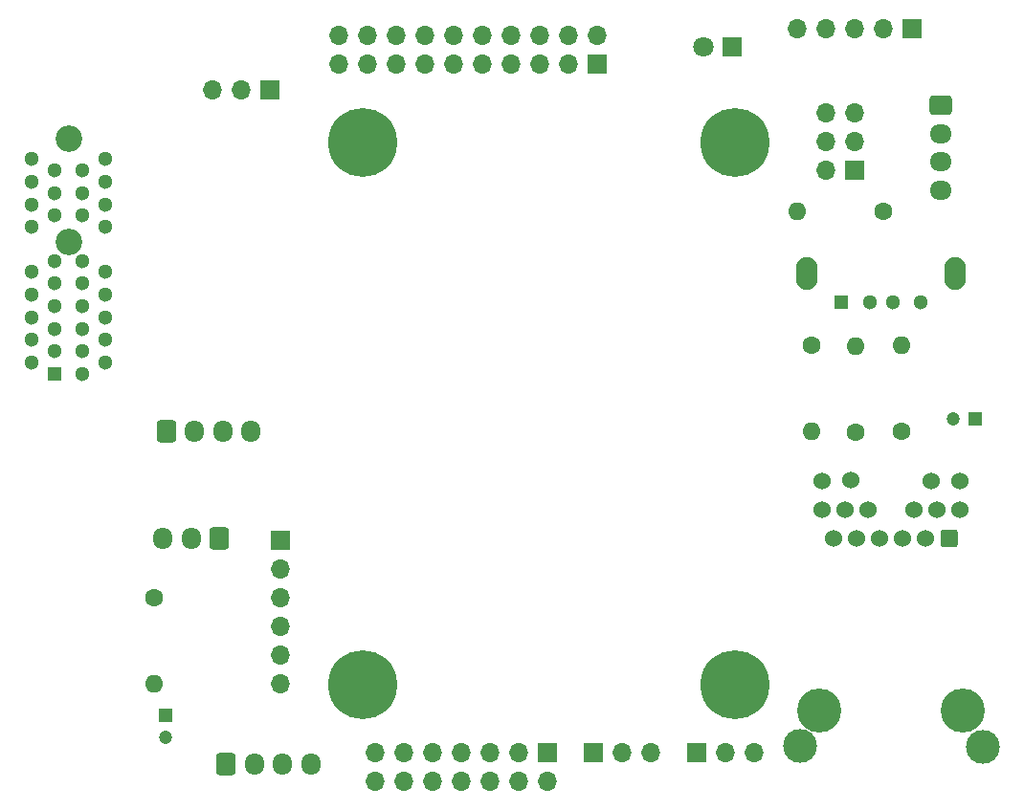
<source format=gbr>
%TF.GenerationSoftware,KiCad,Pcbnew,(5.99.0-6751-g76ac8b5acf)*%
%TF.CreationDate,2020-11-03T00:31:15-05:00*%
%TF.ProjectId,CM4_NAS,434d345f-4e41-4532-9e6b-696361645f70,rev?*%
%TF.SameCoordinates,Original*%
%TF.FileFunction,Soldermask,Bot*%
%TF.FilePolarity,Negative*%
%FSLAX46Y46*%
G04 Gerber Fmt 4.6, Leading zero omitted, Abs format (unit mm)*
G04 Created by KiCad (PCBNEW (5.99.0-6751-g76ac8b5acf)) date 2020-11-03 00:31:15*
%MOMM*%
%LPD*%
G01*
G04 APERTURE LIST*
G04 Aperture macros list*
%AMRoundRect*
0 Rectangle with rounded corners*
0 $1 Rounding radius*
0 $2 $3 $4 $5 $6 $7 $8 $9 X,Y pos of 4 corners*
0 Add a 4 corners polygon primitive as box body*
4,1,4,$2,$3,$4,$5,$6,$7,$8,$9,$2,$3,0*
0 Add four circle primitives for the rounded corners*
1,1,$1+$1,$2,$3,0*
1,1,$1+$1,$4,$5,0*
1,1,$1+$1,$6,$7,0*
1,1,$1+$1,$8,$9,0*
0 Add four rect primitives between the rounded corners*
20,1,$1+$1,$2,$3,$4,$5,0*
20,1,$1+$1,$4,$5,$6,$7,0*
20,1,$1+$1,$6,$7,$8,$9,0*
20,1,$1+$1,$8,$9,$2,$3,0*%
G04 Aperture macros list end*
%ADD10O,1.700000X1.700000*%
%ADD11R,1.700000X1.700000*%
%ADD12O,1.700000X1.950000*%
%ADD13RoundRect,0.250000X-0.600000X-0.725000X0.600000X-0.725000X0.600000X0.725000X-0.600000X0.725000X0*%
%ADD14C,6.100000*%
%ADD15RoundRect,0.250000X0.600000X0.725000X-0.600000X0.725000X-0.600000X-0.725000X0.600000X-0.725000X0*%
%ADD16C,1.300000*%
%ADD17R,1.300000X1.300000*%
%ADD18C,2.350000*%
%ADD19O,1.950000X1.700000*%
%ADD20RoundRect,0.250000X-0.725000X0.600000X-0.725000X-0.600000X0.725000X-0.600000X0.725000X0.600000X0*%
%ADD21RoundRect,0.249900X-0.600100X-0.725100X0.600100X-0.725100X0.600100X0.725100X-0.600100X0.725100X0*%
%ADD22C,3.000000*%
%ADD23C,1.524000*%
%ADD24RoundRect,0.228600X0.533400X0.533400X-0.533400X0.533400X-0.533400X-0.533400X0.533400X-0.533400X0*%
%ADD25C,3.900000*%
%ADD26O,1.600000X1.600000*%
%ADD27C,1.600000*%
%ADD28C,1.200000*%
%ADD29R,1.200000X1.200000*%
%ADD30O,1.900000X2.900000*%
%ADD31C,1.800000*%
%ADD32R,1.800000X1.800000*%
G04 APERTURE END LIST*
D10*
%TO.C,J14*%
X161798000Y-78994000D03*
X164338000Y-78994000D03*
X161798000Y-81534000D03*
X164338000Y-81534000D03*
X161798000Y-84074000D03*
D11*
X164338000Y-84074000D03*
%TD*%
D10*
%TO.C,J15*%
X107470000Y-76950000D03*
X110010000Y-76950000D03*
D11*
X112550000Y-76950000D03*
%TD*%
D10*
%TO.C,J13*%
X159258000Y-71540000D03*
X161798000Y-71540000D03*
X164338000Y-71540000D03*
X166878000Y-71540000D03*
D11*
X169418000Y-71540000D03*
%TD*%
D12*
%TO.C,J7*%
X116212000Y-136652000D03*
X113712000Y-136652000D03*
X111212000Y-136652000D03*
D13*
X108712000Y-136652000D03*
%TD*%
D14*
%TO.C,Module1*%
X120755000Y-129619000D03*
X120755000Y-81619000D03*
X153755000Y-129619000D03*
X153755000Y-81619000D03*
%TD*%
D12*
%TO.C,J5*%
X103120000Y-116650000D03*
X105620000Y-116650000D03*
D15*
X108120000Y-116650000D03*
%TD*%
D16*
%TO.C,J3*%
X98012000Y-83108000D03*
X96012000Y-84108000D03*
X98012000Y-85108000D03*
X96012000Y-86108000D03*
X98012000Y-87108000D03*
X96012000Y-88108000D03*
X98012000Y-89108000D03*
X96012000Y-92108000D03*
X98012000Y-93108000D03*
X96012000Y-94108000D03*
X98012000Y-95108000D03*
X96012000Y-96108000D03*
X98012000Y-97108000D03*
X96012000Y-98108000D03*
X98012000Y-99108000D03*
X96012000Y-100108000D03*
X98012000Y-101108000D03*
X96012000Y-102108000D03*
X91512000Y-83108000D03*
X93512000Y-84108000D03*
X91512000Y-85108000D03*
X93512000Y-86108000D03*
X91512000Y-87108000D03*
X93512000Y-88108000D03*
X91512000Y-89108000D03*
X93512000Y-92108000D03*
X91512000Y-93108000D03*
X93512000Y-94108000D03*
X91512000Y-95108000D03*
X93512000Y-96108000D03*
X91512000Y-97108000D03*
X93512000Y-98108000D03*
X91512000Y-99108000D03*
X93512000Y-100108000D03*
X91512000Y-101108000D03*
D17*
X93512000Y-102108000D03*
D18*
X94762000Y-90458000D03*
X94762000Y-81308000D03*
%TD*%
D19*
%TO.C,J8*%
X171958000Y-85852000D03*
X171958000Y-83352000D03*
X171958000Y-80852000D03*
D20*
X171958000Y-78352000D03*
%TD*%
D10*
%TO.C,J6*%
X113538000Y-129540000D03*
X113538000Y-127000000D03*
X113538000Y-124460000D03*
X113538000Y-121920000D03*
X113538000Y-119380000D03*
D11*
X113538000Y-116840000D03*
%TD*%
D10*
%TO.C,J11*%
X155448000Y-135636000D03*
X152908000Y-135636000D03*
D11*
X150368000Y-135636000D03*
%TD*%
D10*
%TO.C,J9*%
X146304000Y-135636000D03*
X143764000Y-135636000D03*
D11*
X141224000Y-135636000D03*
%TD*%
D12*
%TO.C,J4*%
X110900000Y-107170000D03*
X108400000Y-107170000D03*
X105900000Y-107170000D03*
D21*
X103400000Y-107170000D03*
%TD*%
D22*
%TO.C,U4*%
X159506000Y-135097000D03*
X175636000Y-135105000D03*
D23*
X161456000Y-111595000D03*
X163996000Y-111555000D03*
X171116000Y-111585000D03*
X173656000Y-111575000D03*
X161466000Y-114145000D03*
X163496000Y-114135000D03*
X165506000Y-114155000D03*
X169596000Y-114135000D03*
X171626000Y-114165000D03*
X173666000Y-114135000D03*
X162486000Y-116695000D03*
X164516000Y-116695000D03*
X166546000Y-116675000D03*
X168586000Y-116695000D03*
X170616000Y-116685000D03*
D24*
X172656000Y-116685000D03*
D25*
X161196000Y-131915000D03*
X173896000Y-131925000D03*
%TD*%
D26*
%TO.C,R5*%
X102362000Y-129540000D03*
D27*
X102362000Y-121920000D03*
%TD*%
D28*
%TO.C,C1*%
X173020000Y-106140000D03*
D29*
X175020000Y-106140000D03*
%TD*%
D10*
%TO.C,J10*%
X121920000Y-138176000D03*
X121920000Y-135636000D03*
X124460000Y-138176000D03*
X124460000Y-135636000D03*
X127000000Y-138176000D03*
X127000000Y-135636000D03*
X129540000Y-138176000D03*
X129540000Y-135636000D03*
X132080000Y-138176000D03*
X132080000Y-135636000D03*
X134620000Y-138176000D03*
X134620000Y-135636000D03*
X137160000Y-138176000D03*
D11*
X137160000Y-135636000D03*
%TD*%
D26*
%TO.C,R1*%
X160460000Y-107190000D03*
D27*
X160460000Y-99570000D03*
%TD*%
D26*
%TO.C,R4*%
X159270000Y-87730000D03*
D27*
X166890000Y-87730000D03*
%TD*%
D30*
%TO.C,J1*%
X160088000Y-93218000D03*
X173228000Y-93218000D03*
D17*
X163158000Y-95758000D03*
D16*
X165658000Y-95758000D03*
X167658000Y-95758000D03*
X170158000Y-95758000D03*
%TD*%
D28*
%TO.C,C2*%
X103378000Y-134334000D03*
D29*
X103378000Y-132334000D03*
%TD*%
D26*
%TO.C,R3*%
X168450000Y-99580000D03*
D27*
X168450000Y-107200000D03*
%TD*%
D11*
%TO.C,J2*%
X141500000Y-74700000D03*
D10*
X118640000Y-72160000D03*
X118640000Y-74700000D03*
X121180000Y-72160000D03*
X121180000Y-74700000D03*
X123720000Y-72160000D03*
X123720000Y-74700000D03*
X126260000Y-72160000D03*
X126260000Y-74700000D03*
X128800000Y-72160000D03*
X128800000Y-74700000D03*
X131340000Y-72160000D03*
X131340000Y-74700000D03*
X133880000Y-72160000D03*
X133880000Y-74700000D03*
X136420000Y-72160000D03*
X136420000Y-74700000D03*
X138960000Y-72160000D03*
X138960000Y-74700000D03*
X141500000Y-72160000D03*
%TD*%
D31*
%TO.C,D1*%
X150900000Y-73196000D03*
D32*
X153440000Y-73196000D03*
%TD*%
D26*
%TO.C,R2*%
X164420000Y-99660000D03*
D27*
X164420000Y-107280000D03*
%TD*%
M02*

</source>
